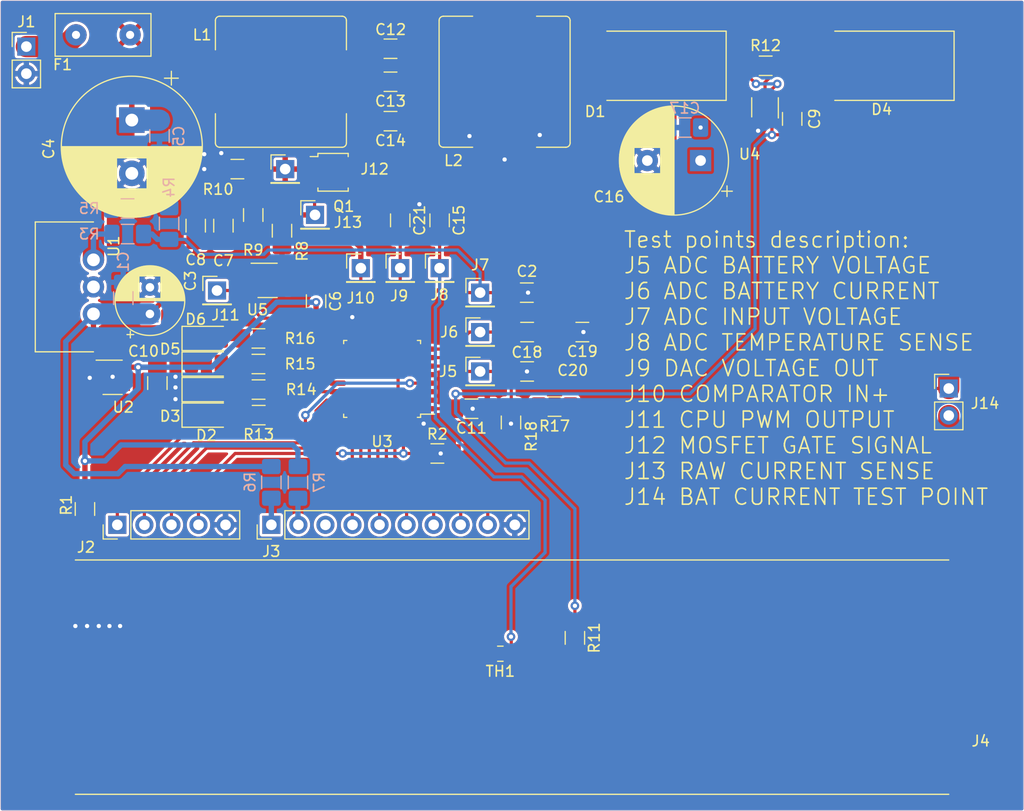
<source format=kicad_pcb>
(kicad_pcb (version 20171130) (host pcbnew "(5.1.6)-1")
  (layers (0 F.Cu signal) (31 B.Cu signal) (34 B.Paste user) (35 F.Paste user) (36 B.SilkS user) (37 F.SilkS user) (38 B.Mask user) (39 F.Mask user) (44 Edge.Cuts user))
  (net 0 "")
  (net 1 GND)
  (net 2 +5V)
  (net 3 ADC1_IN3)
  (net 4 +12V)
  (net 5 +3V3)
  (net 6 "Net-(C7-Pad1)")
  (net 7 COMP2_INP)
  (net 8 "Net-(C12-Pad1)")
  (net 9 "Net-(C12-Pad2)")
  (net 10 ADC1_IN4)
  (net 11 "Net-(C16-Pad1)")
  (net 12 "Net-(C18-Pad1)")
  (net 13 ADC1_IN2)
  (net 14 ADC1_IN1)
  (net 15 DAC1_OUT)
  (net 16 "Net-(D2-Pad2)")
  (net 17 "Net-(D3-Pad2)")
  (net 18 "Net-(D4-Pad1)")
  (net 19 "Net-(D4-Pad2)")
  (net 20 "Net-(D5-Pad2)")
  (net 21 "Net-(D6-Pad2)")
  (net 22 "Net-(F1-Pad1)")
  (net 23 /NRST)
  (net 24 JTAG_SWDIO)
  (net 25 JTAG_SWCLK)
  (net 26 "Net-(J2-Pad4)")
  (net 27 "Net-(J3-Pad1)")
  (net 28 "Net-(J3-Pad2)")
  (net 29 /PB3)
  (net 30 /PB4)
  (net 31 /PB5)
  (net 32 /PB6)
  (net 33 /PB7)
  (net 34 "Net-(R4-Pad2)")
  (net 35 GATE_DRIVE)
  (net 36 /LED4)
  (net 37 /LED3)
  (net 38 /LED2)
  (net 39 /LED1)
  (net 40 "Net-(U2-Pad4)")
  (net 41 "Net-(U3-Pad2)")
  (net 42 "Net-(U3-Pad3)")
  (net 43 "Net-(U3-Pad11)")
  (net 44 "Net-(U3-Pad12)")
  (net 45 HTRIM_CHA1)
  (net 46 "Net-(J14-Pad2)")
  (net 47 "Net-(J13-Pad1)")
  (net 48 "Net-(J12-Pad1)")
  (net 49 "Net-(J3-Pad3)")
  (net 50 /PA15)
  (net 51 "Net-(U3-Pad14)")
  (net 52 "Net-(U3-Pad15)")
  (module Capacitor_SMD:C_1206_3216Metric_Pad1.42x1.75mm_HandSolder (layer F.Cu) (at 26.9 48.0875 90)
    (fp_text reference C10 (at 2.9875 -1.3 180) (layer F.SilkS))
    (fp_text value 100n)
    (pad 2 smd roundrect (at 1.4875 0 90) (size 1.425 1.75) (layers F.Cu F.Paste F.Mask) (roundrect_rratio 0.175439) (net 5 +3V3))
    (pad 1 smd roundrect (at -1.4875 0 90) (size 1.425 1.75) (layers F.Cu F.Paste F.Mask) (roundrect_rratio 0.175439) (net 1 GND))
  )
  (module Capacitor_SMD:C_1206_3216Metric_Pad1.42x1.75mm_HandSolder (layer B.Cu) (at 23.7 40.1125 270)
    (fp_text reference C1 (at -3.4125 0 90) (layer B.SilkS) (effects (justify mirror)))
    (fp_text value 100n)
    (pad 1 smd roundrect (at -1.4875 0 270) (size 1.425 1.75) (layers B.Cu B.Paste B.Mask) (roundrect_rratio 0.175439) (net 1 GND))
    (pad 2 smd roundrect (at 1.4875 0 270) (size 1.425 1.75) (layers B.Cu B.Paste B.Mask) (roundrect_rratio 0.175439) (net 2 +5V))
  )
  (module Capacitor_SMD:C_1206_3216Metric_Pad1.42x1.75mm_HandSolder (layer F.Cu) (at 61.5875 39.6 180)
    (fp_text reference C2 (at -0.0125 2) (layer F.SilkS))
    (fp_text value 1n)
    (pad 2 smd roundrect (at 1.4875 0 180) (size 1.425 1.75) (layers F.Cu F.Paste F.Mask) (roundrect_rratio 0.175439) (net 3 ADC1_IN3))
    (pad 1 smd roundrect (at -1.4875 0 180) (size 1.425 1.75) (layers F.Cu F.Paste F.Mask) (roundrect_rratio 0.175439) (net 1 GND))
  )
  (module Capacitor_THT:CP_Radial_D6.3mm_P2.50mm (layer F.Cu) (at 26.2 41.6 90)
    (fp_text reference C3 (at 3.1 3.8 90) (layer F.SilkS))
    (fp_text value 100u/16V)
    (pad 1 thru_hole rect (at 0 0 90) (size 1.6 1.6) (drill 0.8) (layers *.Cu *.Mask) (net 2 +5V))
    (pad 2 thru_hole circle (at 2.5 0 90) (size 1.6 1.6) (drill 0.8) (layers *.Cu *.Mask) (net 1 GND))
  )
  (module Capacitor_THT:CP_Radial_D13.0mm_P5.00mm (layer F.Cu) (at 24.5 23.4 270)
    (fp_text reference C4 (at 2.7 7.8 90) (layer F.SilkS))
    (fp_text value 1000u/25V)
    (pad 1 thru_hole rect (at 0 0 270) (size 2.4 2.4) (drill 1.2) (layers *.Cu *.Mask) (net 4 +12V))
    (pad 2 thru_hole circle (at 5 0 270) (size 2.4 2.4) (drill 1.2) (layers *.Cu *.Mask) (net 1 GND))
  )
  (module Capacitor_SMD:C_1206_3216Metric_Pad1.42x1.75mm_HandSolder (layer B.Cu) (at 27.1 24.9 90)
    (fp_text reference C5 (at 0 1.82 90) (layer B.SilkS) (effects (justify mirror)))
    (fp_text value 100n)
    (pad 1 smd roundrect (at -1.4875 0 90) (size 1.425 1.75) (layers B.Cu B.Paste B.Mask) (roundrect_rratio 0.175439) (net 1 GND))
    (pad 2 smd roundrect (at 1.4875 0 90) (size 1.425 1.75) (layers B.Cu B.Paste B.Mask) (roundrect_rratio 0.175439) (net 4 +12V))
  )
  (module Capacitor_SMD:C_1206_3216Metric_Pad1.42x1.75mm_HandSolder (layer F.Cu) (at 41.8 40.4 270)
    (fp_text reference C6 (at 0 -1.82 90) (layer F.SilkS))
    (fp_text value C1206C475K5RACTU)
    (pad 2 smd roundrect (at 1.4875 0 270) (size 1.425 1.75) (layers F.Cu F.Paste F.Mask) (roundrect_rratio 0.175439) (net 5 +3V3))
    (pad 1 smd roundrect (at -1.4875 0 270) (size 1.425 1.75) (layers F.Cu F.Paste F.Mask) (roundrect_rratio 0.175439) (net 1 GND))
  )
  (module Capacitor_SMD:C_1206_3216Metric_Pad1.42x1.75mm_HandSolder (layer F.Cu) (at 33.1 33.3125 270)
    (fp_text reference C7 (at 3.2875 0) (layer F.SilkS))
    (fp_text value 1n)
    (pad 1 smd roundrect (at -1.4875 0 270) (size 1.425 1.75) (layers F.Cu F.Paste F.Mask) (roundrect_rratio 0.175439) (net 6 "Net-(C7-Pad1)"))
    (pad 2 smd roundrect (at 1.4875 0 270) (size 1.425 1.75) (layers F.Cu F.Paste F.Mask) (roundrect_rratio 0.175439) (net 7 COMP2_INP))
  )
  (module Capacitor_SMD:C_1206_3216Metric_Pad1.42x1.75mm_HandSolder (layer F.Cu) (at 30.5 33.3125 90)
    (fp_text reference C8 (at -3.1875 0) (layer F.SilkS))
    (fp_text value 1n)
    (pad 1 smd roundrect (at -1.4875 0 90) (size 1.425 1.75) (layers F.Cu F.Paste F.Mask) (roundrect_rratio 0.175439) (net 1 GND))
    (pad 2 smd roundrect (at 1.4875 0 90) (size 1.425 1.75) (layers F.Cu F.Paste F.Mask) (roundrect_rratio 0.175439) (net 6 "Net-(C7-Pad1)"))
  )
  (module Capacitor_SMD:C_1206_3216Metric_Pad1.42x1.75mm_HandSolder (layer F.Cu) (at 56.3875 50.5 180)
    (fp_text reference C11 (at 0 -1.82) (layer F.SilkS))
    (fp_text value 100n)
    (pad 2 smd roundrect (at 1.4875 0 180) (size 1.425 1.75) (layers F.Cu F.Paste F.Mask) (roundrect_rratio 0.175439) (net 5 +3V3))
    (pad 1 smd roundrect (at -1.4875 0 180) (size 1.425 1.75) (layers F.Cu F.Paste F.Mask) (roundrect_rratio 0.175439) (net 1 GND))
  )
  (module Capacitor_SMD:C_1206_3216Metric_Pad1.42x1.75mm_HandSolder (layer F.Cu) (at 48.7875 16.7 180)
    (fp_text reference C12 (at -0.0125 1.8) (layer F.SilkS))
    (fp_text value C1206C475K5RACTU)
    (pad 1 smd roundrect (at -1.4875 0 180) (size 1.425 1.75) (layers F.Cu F.Paste F.Mask) (roundrect_rratio 0.175439) (net 8 "Net-(C12-Pad1)"))
    (pad 2 smd roundrect (at 1.4875 0 180) (size 1.425 1.75) (layers F.Cu F.Paste F.Mask) (roundrect_rratio 0.175439) (net 9 "Net-(C12-Pad2)"))
  )
  (module Capacitor_SMD:C_1206_3216Metric_Pad1.42x1.75mm_HandSolder (layer F.Cu) (at 48.7875 19.8 180)
    (fp_text reference C13 (at 0 -1.82) (layer F.SilkS))
    (fp_text value C1206C475K5RACTU)
    (pad 2 smd roundrect (at 1.4875 0 180) (size 1.425 1.75) (layers F.Cu F.Paste F.Mask) (roundrect_rratio 0.175439) (net 9 "Net-(C12-Pad2)"))
    (pad 1 smd roundrect (at -1.4875 0 180) (size 1.425 1.75) (layers F.Cu F.Paste F.Mask) (roundrect_rratio 0.175439) (net 8 "Net-(C12-Pad1)"))
  )
  (module Capacitor_SMD:C_1206_3216Metric_Pad1.42x1.75mm_HandSolder (layer F.Cu) (at 48.7875 23.5 180)
    (fp_text reference C14 (at 0 -1.82) (layer F.SilkS))
    (fp_text value C1206C475K5RACTU)
    (pad 2 smd roundrect (at 1.4875 0 180) (size 1.425 1.75) (layers F.Cu F.Paste F.Mask) (roundrect_rratio 0.175439) (net 9 "Net-(C12-Pad2)"))
    (pad 1 smd roundrect (at -1.4875 0 180) (size 1.425 1.75) (layers F.Cu F.Paste F.Mask) (roundrect_rratio 0.175439) (net 8 "Net-(C12-Pad1)"))
  )
  (module Capacitor_SMD:C_1206_3216Metric_Pad1.42x1.75mm_HandSolder (layer F.Cu) (at 53.4 32.8125 270)
    (fp_text reference C15 (at 0 -1.82 90) (layer F.SilkS))
    (fp_text value 1n)
    (pad 2 smd roundrect (at 1.4875 0 270) (size 1.425 1.75) (layers F.Cu F.Paste F.Mask) (roundrect_rratio 0.175439) (net 10 ADC1_IN4))
    (pad 1 smd roundrect (at -1.4875 0 270) (size 1.425 1.75) (layers F.Cu F.Paste F.Mask) (roundrect_rratio 0.175439) (net 1 GND))
  )
  (module Capacitor_THT:CP_Radial_D10.0mm_P5.00mm (layer F.Cu) (at 77.9 27.2 180)
    (fp_text reference C16 (at 8.6 -3.4) (layer F.SilkS))
    (fp_text value 1000u/16V)
    (pad 1 thru_hole rect (at 0 0 180) (size 2 2) (drill 1) (layers *.Cu *.Mask) (net 11 "Net-(C16-Pad1)"))
    (pad 2 thru_hole circle (at 5 0 180) (size 2 2) (drill 1) (layers *.Cu *.Mask) (net 1 GND))
  )
  (module Capacitor_SMD:C_1206_3216Metric_Pad1.42x1.75mm_HandSolder (layer B.Cu) (at 76.4125 24.1 180)
    (fp_text reference C17 (at 0 1.82) (layer B.SilkS) (effects (justify mirror)))
    (fp_text value 100n)
    (pad 1 smd roundrect (at -1.4875 0 180) (size 1.425 1.75) (layers B.Cu B.Paste B.Mask) (roundrect_rratio 0.175439) (net 11 "Net-(C16-Pad1)"))
    (pad 2 smd roundrect (at 1.4875 0 180) (size 1.425 1.75) (layers B.Cu B.Paste B.Mask) (roundrect_rratio 0.175439) (net 1 GND))
  )
  (module Capacitor_SMD:C_1206_3216Metric_Pad1.42x1.75mm_HandSolder (layer F.Cu) (at 61.6125 43.3 180)
    (fp_text reference C18 (at 0.0125 -1.9) (layer F.SilkS))
    (fp_text value 1n)
    (pad 1 smd roundrect (at -1.4875 0 180) (size 1.425 1.75) (layers F.Cu F.Paste F.Mask) (roundrect_rratio 0.175439) (net 12 "Net-(C18-Pad1)"))
    (pad 2 smd roundrect (at 1.4875 0 180) (size 1.425 1.75) (layers F.Cu F.Paste F.Mask) (roundrect_rratio 0.175439) (net 13 ADC1_IN2))
  )
  (module Capacitor_SMD:C_1206_3216Metric_Pad1.42x1.75mm_HandSolder (layer F.Cu) (at 66.8 43.3 180)
    (fp_text reference C19 (at 0 -1.82) (layer F.SilkS))
    (fp_text value 1n)
    (pad 2 smd roundrect (at 1.4875 0 180) (size 1.425 1.75) (layers F.Cu F.Paste F.Mask) (roundrect_rratio 0.175439) (net 12 "Net-(C18-Pad1)"))
    (pad 1 smd roundrect (at -1.4875 0 180) (size 1.425 1.75) (layers F.Cu F.Paste F.Mask) (roundrect_rratio 0.175439) (net 1 GND))
  )
  (module Capacitor_SMD:C_1206_3216Metric_Pad1.42x1.75mm_HandSolder (layer F.Cu) (at 61.6125 47 180)
    (fp_text reference C20 (at -4.2875 0.1) (layer F.SilkS))
    (fp_text value 1n)
    (pad 2 smd roundrect (at 1.4875 0 180) (size 1.425 1.75) (layers F.Cu F.Paste F.Mask) (roundrect_rratio 0.175439) (net 14 ADC1_IN1))
    (pad 1 smd roundrect (at -1.4875 0 180) (size 1.425 1.75) (layers F.Cu F.Paste F.Mask) (roundrect_rratio 0.175439) (net 1 GND))
  )
  (module Capacitor_SMD:C_1206_3216Metric_Pad1.42x1.75mm_HandSolder (layer F.Cu) (at 49.7 32.8125 270)
    (fp_text reference C21 (at 0 -1.82 90) (layer F.SilkS))
    (fp_text value 1n)
    (pad 1 smd roundrect (at -1.4875 0 270) (size 1.425 1.75) (layers F.Cu F.Paste F.Mask) (roundrect_rratio 0.175439) (net 1 GND))
    (pad 2 smd roundrect (at 1.4875 0 270) (size 1.425 1.75) (layers F.Cu F.Paste F.Mask) (roundrect_rratio 0.175439) (net 15 DAC1_OUT))
  )
  (module Diode_SMD:D_SMC_Handsoldering (layer F.Cu) (at 73.5 18.3 180)
    (fp_text reference D1 (at 5.5 -4.3) (layer F.SilkS))
    (fp_text value B540C-13-F)
    (pad 2 smd rect (at 4.4 0 270) (size 3.3 4.5) (layers F.Cu F.Paste F.Mask) (net 8 "Net-(C12-Pad1)"))
    (pad 1 smd rect (at -4.4 0 270) (size 3.3 4.5) (layers F.Cu F.Paste F.Mask) (net 11 "Net-(C16-Pad1)"))
  )
  (module LED_SMD:LED_1206_3216Metric (layer F.Cu) (at 31.5 51.1)
    (fp_text reference D2 (at 0 1.9) (layer F.SilkS))
    (fp_text value APTD3216SURCK)
    (pad 2 smd roundrect (at 1.4 0) (size 1.25 1.75) (layers F.Cu F.Paste F.Mask) (roundrect_rratio 0.2) (net 16 "Net-(D2-Pad2)"))
    (pad 1 smd roundrect (at -1.4 0) (size 1.25 1.75) (layers F.Cu F.Paste F.Mask) (roundrect_rratio 0.2) (net 1 GND))
  )
  (module LED_SMD:LED_1206_3216Metric (layer F.Cu) (at 31.5 48.7)
    (fp_text reference D3 (at -3.4 2.5) (layer F.SilkS))
    (fp_text value APTD3216SURCK)
    (pad 1 smd roundrect (at -1.4 0) (size 1.25 1.75) (layers F.Cu F.Paste F.Mask) (roundrect_rratio 0.2) (net 1 GND))
    (pad 2 smd roundrect (at 1.4 0) (size 1.25 1.75) (layers F.Cu F.Paste F.Mask) (roundrect_rratio 0.2) (net 17 "Net-(D3-Pad2)"))
  )
  (module Diode_SMD:D_SMC_Handsoldering (layer F.Cu) (at 94.9 18.3 180)
    (fp_text reference D4 (at 0 -4.1) (layer F.SilkS))
    (fp_text value B540C-13-F)
    (pad 1 smd rect (at -4.4 0 270) (size 3.3 4.5) (layers F.Cu F.Paste F.Mask) (net 18 "Net-(D4-Pad1)"))
    (pad 2 smd rect (at 4.4 0 270) (size 3.3 4.5) (layers F.Cu F.Paste F.Mask) (net 19 "Net-(D4-Pad2)"))
  )
  (module LED_SMD:LED_1206_3216Metric (layer F.Cu) (at 31.5 46.3)
    (fp_text reference D5 (at -3.4 -1.4) (layer F.SilkS))
    (fp_text value APTD3216SURCK)
    (pad 2 smd roundrect (at 1.4 0) (size 1.25 1.75) (layers F.Cu F.Paste F.Mask) (roundrect_rratio 0.2) (net 20 "Net-(D5-Pad2)"))
    (pad 1 smd roundrect (at -1.4 0) (size 1.25 1.75) (layers F.Cu F.Paste F.Mask) (roundrect_rratio 0.2) (net 1 GND))
  )
  (module LED_SMD:LED_1206_3216Metric (layer F.Cu) (at 31.5 43.9)
    (fp_text reference D6 (at -1 -1.8) (layer F.SilkS))
    (fp_text value APTD3216SURCK)
    (pad 1 smd roundrect (at -1.4 0) (size 1.25 1.75) (layers F.Cu F.Paste F.Mask) (roundrect_rratio 0.2) (net 1 GND))
    (pad 2 smd roundrect (at 1.4 0) (size 1.25 1.75) (layers F.Cu F.Paste F.Mask) (roundrect_rratio 0.2) (net 21 "Net-(D6-Pad2)"))
  )
  (module stm32f334_1S_charger:0697H6300-01 (layer F.Cu) (at 21.8 15.4)
    (fp_text reference F1 (at -3.8 2.8) (layer F.SilkS))
    (fp_text value 0697H6300-01)
    (pad 2 thru_hole circle (at 2.54 0) (size 2 2) (drill 0.762) (layers *.Cu *.Mask) (net 4 +12V))
    (pad 1 thru_hole circle (at -2.54 0) (size 2 2) (drill 0.762) (layers *.Cu *.Mask) (net 22 "Net-(F1-Pad1)"))
  )
  (module Connector_PinHeader_2.54mm:PinHeader_1x05_P2.54mm_Vertical (layer F.Cu) (at 23.14 61.4 90)
    (fp_text reference J2 (at -2.1 -2.94 180) (layer F.SilkS))
    (fp_text value Conn_01x05)
    (pad 1 thru_hole rect (at 0 0 90) (size 1.7 1.7) (drill 1) (layers *.Cu *.Mask) (net 23 /NRST))
    (pad 2 thru_hole oval (at 0 2.54 90) (size 1.7 1.7) (drill 1) (layers *.Cu *.Mask) (net 24 JTAG_SWDIO))
    (pad 3 thru_hole oval (at 0 5.08 90) (size 1.7 1.7) (drill 1) (layers *.Cu *.Mask) (net 25 JTAG_SWCLK))
    (pad 4 thru_hole oval (at 0 7.62 90) (size 1.7 1.7) (drill 1) (layers *.Cu *.Mask) (net 26 "Net-(J2-Pad4)"))
    (pad 5 thru_hole oval (at 0 10.16 90) (size 1.7 1.7) (drill 1) (layers *.Cu *.Mask) (net 1 GND))
  )
  (module Connector_PinHeader_2.54mm:PinHeader_1x10_P2.54mm_Vertical (layer F.Cu) (at 37.6 61.4 90)
    (fp_text reference J3 (at -2.5 0 180) (layer F.SilkS))
    (fp_text value Conn_01x10)
    (pad 1 thru_hole rect (at 0 0 90) (size 1.7 1.7) (drill 1) (layers *.Cu *.Mask) (net 27 "Net-(J3-Pad1)"))
    (pad 2 thru_hole oval (at 0 2.54 90) (size 1.7 1.7) (drill 1) (layers *.Cu *.Mask) (net 28 "Net-(J3-Pad2)"))
    (pad 3 thru_hole oval (at 0 5.08 90) (size 1.7 1.7) (drill 1) (layers *.Cu *.Mask) (net 49 "Net-(J3-Pad3)"))
    (pad 4 thru_hole oval (at 0 7.62 90) (size 1.7 1.7) (drill 1) (layers *.Cu *.Mask) (net 50 /PA15))
    (pad 5 thru_hole oval (at 0 10.16 90) (size 1.7 1.7) (drill 1) (layers *.Cu *.Mask) (net 29 /PB3))
    (pad 6 thru_hole oval (at 0 12.7 90) (size 1.7 1.7) (drill 1) (layers *.Cu *.Mask) (net 30 /PB4))
    (pad 7 thru_hole oval (at 0 15.24 90) (size 1.7 1.7) (drill 1) (layers *.Cu *.Mask) (net 31 /PB5))
    (pad 8 thru_hole oval (at 0 17.78 90) (size 1.7 1.7) (drill 1) (layers *.Cu *.Mask) (net 32 /PB6))
    (pad 9 thru_hole oval (at 0 20.32 90) (size 1.7 1.7) (drill 1) (layers *.Cu *.Mask) (net 33 /PB7))
    (pad 10 thru_hole oval (at 0 22.86 90) (size 1.7 1.7) (drill 1) (layers *.Cu *.Mask) (net 1 GND))
  )
  (module stm32f334_1S_charger:18650_holder (layer F.Cu) (at 101.2 75.7 180)
    (fp_text reference J4 (at -3 -6) (layer F.SilkS))
    (fp_text value BATTERY)
    (pad 2 smd rect (at 82 0 180) (size 8 8) (layers F.Cu F.Paste F.Mask) (net 1 GND))
    (pad 1 smd rect (at 0 0 180) (size 8 8) (layers F.Cu F.Paste F.Mask) (net 46 "Net-(J14-Pad2)"))
  )
  (module Inductor_SMD:L_Bourns_SRR1210A (layer F.Cu) (at 38.5 19.8)
    (fp_text reference L1 (at -7.4 -4.4) (layer F.SilkS))
    (fp_text value SRR1210-121M)
    (pad 1 smd rect (at -5.05 0) (size 2.8 5.3) (layers F.Cu F.Paste F.Mask) (net 4 +12V))
    (pad 2 smd rect (at 5.05 0) (size 2.8 5.3) (layers F.Cu F.Paste F.Mask) (net 9 "Net-(C12-Pad2)"))
  )
  (module Inductor_SMD:L_Bourns_SRR1210A (layer F.Cu) (at 59.5 19.8 270)
    (fp_text reference L2 (at 7.4 4.8 180) (layer F.SilkS))
    (fp_text value SRR1210-560M)
    (pad 2 smd rect (at 5.05 0 270) (size 2.8 5.3) (layers F.Cu F.Paste F.Mask) (net 1 GND))
    (pad 1 smd rect (at -5.05 0 270) (size 2.8 5.3) (layers F.Cu F.Paste F.Mask) (net 8 "Net-(C12-Pad1)"))
  )
  (module Package_TO_SOT_SMD:LFPAK33 (layer F.Cu) (at 43.195 28.3)
    (fp_text reference Q1 (at 1.205 3.2) (layer F.SilkS))
    (fp_text value BUK9M52-40E)
    (pad 2 smd rect (at -1.535 -0.325) (size 0.83 0.4) (layers F.Cu F.Mask) (net 47 "Net-(J13-Pad1)"))
    (pad 1 smd rect (at -1.535 -0.975) (size 0.83 0.4) (layers F.Cu F.Mask) (net 47 "Net-(J13-Pad1)"))
    (pad 3 smd rect (at -1.535 0.325) (size 0.83 0.4) (layers F.Cu F.Mask) (net 47 "Net-(J13-Pad1)"))
    (pad 4 smd rect (at -1.535 0.975) (size 0.83 0.4) (layers F.Cu F.Mask) (net 48 "Net-(J12-Pad1)"))
    (pad 5 smd custom (at 0.405 0) (size 1.85 2.25) (layers F.Cu F.Mask) (net 9 "Net-(C12-Pad2)") (options (clearance outline) (anchor rect)) (primitives (gr_poly (pts (xy 0.925 -1.175) (xy 1.545 -1.175) (xy 1.545 -0.775) (xy 0.925 -0.775)) (width 0)) (gr_poly (pts (xy 0.925 -0.525) (xy 1.545 -0.525) (xy 1.545 -0.125) (xy 0.925 -0.125)) (width 0)) (gr_poly (pts (xy 0.925 0.125) (xy 1.545 0.125) (xy 1.545 0.525) (xy 0.925 0.525)) (width 0)) (gr_poly (pts (xy 0.925 0.775) (xy 1.545 0.775) (xy 1.545 1.175) (xy 0.925 1.175)) (width 0))))
  )
  (module Resistor_SMD:R_1206_3216Metric_Pad1.42x1.75mm_HandSolder (layer F.Cu) (at 20.1 59.9125 270)
    (fp_text reference R1 (at -0.3625 1.75 90) (layer F.SilkS))
    (fp_text value 10k)
    (pad 1 smd roundrect (at -1.4875 0 270) (size 1.425 1.75) (layers F.Cu F.Paste F.Mask) (roundrect_rratio 0.175439) (net 5 +3V3))
    (pad 2 smd roundrect (at 1.4875 0 270) (size 1.425 1.75) (layers F.Cu F.Paste F.Mask) (roundrect_rratio 0.175439) (net 23 /NRST))
  )
  (module Resistor_SMD:R_1206_3216Metric_Pad1.42x1.75mm_HandSolder (layer F.Cu) (at 53.1875 54.7)
    (fp_text reference R2 (at 0 -1.82) (layer F.SilkS))
    (fp_text value 10k)
    (pad 2 smd roundrect (at 1.4875 0) (size 1.425 1.75) (layers F.Cu F.Paste F.Mask) (roundrect_rratio 0.175439) (net 1 GND))
    (pad 1 smd roundrect (at -1.4875 0) (size 1.425 1.75) (layers F.Cu F.Paste F.Mask) (roundrect_rratio 0.175439) (net 26 "Net-(J2-Pad4)"))
  )
  (module Resistor_SMD:R_1206_3216Metric_Pad1.42x1.75mm_HandSolder (layer B.Cu) (at 24.1125 34.1)
    (fp_text reference R3 (at -3.6125 0) (layer B.SilkS) (effects (justify mirror)))
    (fp_text value 10k)
    (pad 2 smd roundrect (at 1.4875 0) (size 1.425 1.75) (layers B.Cu B.Paste B.Mask) (roundrect_rratio 0.175439) (net 3 ADC1_IN3))
    (pad 1 smd roundrect (at -1.4875 0) (size 1.425 1.75) (layers B.Cu B.Paste B.Mask) (roundrect_rratio 0.175439) (net 4 +12V))
  )
  (module Resistor_SMD:R_1206_3216Metric_Pad1.42x1.75mm_HandSolder (layer B.Cu) (at 28 33.1125 90)
    (fp_text reference R4 (at 3.4125 0 90) (layer B.SilkS) (effects (justify mirror)))
    (fp_text value 1k)
    (pad 1 smd roundrect (at -1.4875 0 90) (size 1.425 1.75) (layers B.Cu B.Paste B.Mask) (roundrect_rratio 0.175439) (net 3 ADC1_IN3))
    (pad 2 smd roundrect (at 1.4875 0 90) (size 1.425 1.75) (layers B.Cu B.Paste B.Mask) (roundrect_rratio 0.175439) (net 34 "Net-(R4-Pad2)"))
  )
  (module Resistor_SMD:R_1206_3216Metric_Pad1.42x1.75mm_HandSolder (layer B.Cu) (at 24.1 31.7 180)
    (fp_text reference R5 (at 3.6 0) (layer B.SilkS) (effects (justify mirror)))
    (fp_text value 1k)
    (pad 2 smd roundrect (at 1.4875 0 180) (size 1.425 1.75) (layers B.Cu B.Paste B.Mask) (roundrect_rratio 0.175439) (net 1 GND))
    (pad 1 smd roundrect (at -1.4875 0 180) (size 1.425 1.75) (layers B.Cu B.Paste B.Mask) (roundrect_rratio 0.175439) (net 34 "Net-(R4-Pad2)"))
  )
  (module Resistor_SMD:R_1206_3216Metric_Pad1.42x1.75mm_HandSolder (layer B.Cu) (at 37.6 57.4125 90)
    (fp_text reference R6 (at 0.0125 -2 270) (layer B.SilkS) (effects (justify mirror)))
    (fp_text value DNP)
    (pad 1 smd roundrect (at -1.4875 0 90) (size 1.425 1.75) (layers B.Cu B.Paste B.Mask) (roundrect_rratio 0.175439) (net 27 "Net-(J3-Pad1)"))
    (pad 2 smd roundrect (at 1.4875 0 90) (size 1.425 1.75) (layers B.Cu B.Paste B.Mask) (roundrect_rratio 0.175439) (net 2 +5V))
  )
  (module Resistor_SMD:R_1206_3216Metric_Pad1.42x1.75mm_HandSolder (layer B.Cu) (at 40.1 57.4125 90)
    (fp_text reference R7 (at 0 2 270) (layer B.SilkS) (effects (justify mirror)))
    (fp_text value DNP)
    (pad 2 smd roundrect (at 1.4875 0 90) (size 1.425 1.75) (layers B.Cu B.Paste B.Mask) (roundrect_rratio 0.175439) (net 5 +3V3))
    (pad 1 smd roundrect (at -1.4875 0 90) (size 1.425 1.75) (layers B.Cu B.Paste B.Mask) (roundrect_rratio 0.175439) (net 28 "Net-(J3-Pad2)"))
  )
  (module Resistor_SMD:R_1206_3216Metric_Pad1.42x1.75mm_HandSolder (layer F.Cu) (at 38.6 33.7875 270)
    (fp_text reference R8 (at 1.9125 -1.9 90) (layer F.SilkS))
    (fp_text value 4.7)
    (pad 1 smd roundrect (at -1.4875 0 270) (size 1.425 1.75) (layers F.Cu F.Paste F.Mask) (roundrect_rratio 0.175439) (net 48 "Net-(J12-Pad1)"))
    (pad 2 smd roundrect (at 1.4875 0 270) (size 1.425 1.75) (layers F.Cu F.Paste F.Mask) (roundrect_rratio 0.175439) (net 35 GATE_DRIVE))
  )
  (module Resistor_SMD:R_1206_3216Metric_Pad1.42x1.75mm_HandSolder (layer F.Cu) (at 35.9 32.3125 270)
    (fp_text reference R9 (at 3.2875 0) (layer F.SilkS))
    (fp_text value 47)
    (pad 2 smd roundrect (at 1.4875 0 270) (size 1.425 1.75) (layers F.Cu F.Paste F.Mask) (roundrect_rratio 0.175439) (net 7 COMP2_INP))
    (pad 1 smd roundrect (at -1.4875 0 270) (size 1.425 1.75) (layers F.Cu F.Paste F.Mask) (roundrect_rratio 0.175439) (net 47 "Net-(J13-Pad1)"))
  )
  (module Resistor_SMD:R_1206_3216Metric_Pad1.42x1.75mm_HandSolder (layer F.Cu) (at 34.4125 28)
    (fp_text reference R10 (at -1.8125 1.9 180) (layer F.SilkS))
    (fp_text value RL1206FR-070R25L)
    (pad 2 smd roundrect (at 1.4875 0) (size 1.425 1.75) (layers F.Cu F.Paste F.Mask) (roundrect_rratio 0.175439) (net 47 "Net-(J13-Pad1)"))
    (pad 1 smd roundrect (at -1.4875 0) (size 1.425 1.75) (layers F.Cu F.Paste F.Mask) (roundrect_rratio 0.175439) (net 1 GND))
  )
  (module Resistor_SMD:R_1206_3216Metric_Pad1.42x1.75mm_HandSolder (layer F.Cu) (at 66.1 72.0125 270)
    (fp_text reference R11 (at 0 -1.82 90) (layer F.SilkS))
    (fp_text value 10k)
    (pad 1 smd roundrect (at -1.4875 0 270) (size 1.425 1.75) (layers F.Cu F.Paste F.Mask) (roundrect_rratio 0.175439) (net 5 +3V3))
    (pad 2 smd roundrect (at 1.4875 0 270) (size 1.425 1.75) (layers F.Cu F.Paste F.Mask) (roundrect_rratio 0.175439) (net 10 ADC1_IN4))
  )
  (module Resistor_SMD:R_1206_3216Metric_Pad1.42x1.75mm_HandSolder (layer F.Cu) (at 84.0125 18.3 180)
    (fp_text reference R12 (at 0.0125 1.9) (layer F.SilkS))
    (fp_text value L4T12FR010FER)
    (pad 1 smd roundrect (at -1.4875 0 180) (size 1.425 1.75) (layers F.Cu F.Paste F.Mask) (roundrect_rratio 0.175439) (net 19 "Net-(D4-Pad2)"))
    (pad 2 smd roundrect (at 1.4875 0 180) (size 1.425 1.75) (layers F.Cu F.Paste F.Mask) (roundrect_rratio 0.175439) (net 11 "Net-(C16-Pad1)"))
  )
  (module Resistor_SMD:R_1206_3216Metric_Pad1.42x1.75mm_HandSolder (layer F.Cu) (at 36.4125 51.1 180)
    (fp_text reference R13 (at 0 -1.82) (layer F.SilkS))
    (fp_text value 1k)
    (pad 2 smd roundrect (at 1.4875 0 180) (size 1.425 1.75) (layers F.Cu F.Paste F.Mask) (roundrect_rratio 0.175439) (net 16 "Net-(D2-Pad2)"))
    (pad 1 smd roundrect (at -1.4875 0 180) (size 1.425 1.75) (layers F.Cu F.Paste F.Mask) (roundrect_rratio 0.175439) (net 36 /LED4))
  )
  (module Resistor_SMD:R_1206_3216Metric_Pad1.42x1.75mm_HandSolder (layer F.Cu) (at 36.4 48.7 180)
    (fp_text reference R14 (at -4 0) (layer F.SilkS))
    (fp_text value 1k)
    (pad 1 smd roundrect (at -1.4875 0 180) (size 1.425 1.75) (layers F.Cu F.Paste F.Mask) (roundrect_rratio 0.175439) (net 37 /LED3))
    (pad 2 smd roundrect (at 1.4875 0 180) (size 1.425 1.75) (layers F.Cu F.Paste F.Mask) (roundrect_rratio 0.175439) (net 17 "Net-(D3-Pad2)"))
  )
  (module Resistor_SMD:R_1206_3216Metric_Pad1.42x1.75mm_HandSolder (layer F.Cu) (at 36.3875 46.3 180)
    (fp_text reference R15 (at -3.9125 0) (layer F.SilkS))
    (fp_text value 1k)
    (pad 2 smd roundrect (at 1.4875 0 180) (size 1.425 1.75) (layers F.Cu F.Paste F.Mask) (roundrect_rratio 0.175439) (net 20 "Net-(D5-Pad2)"))
    (pad 1 smd roundrect (at -1.4875 0 180) (size 1.425 1.75) (layers F.Cu F.Paste F.Mask) (roundrect_rratio 0.175439) (net 38 /LED2))
  )
  (module Resistor_SMD:R_1206_3216Metric_Pad1.42x1.75mm_HandSolder (layer F.Cu) (at 36.3875 43.9 180)
    (fp_text reference R16 (at -3.9125 0) (layer F.SilkS))
    (fp_text value 1k)
    (pad 2 smd roundrect (at 1.4875 0 180) (size 1.425 1.75) (layers F.Cu F.Paste F.Mask) (roundrect_rratio 0.175439) (net 21 "Net-(D6-Pad2)"))
    (pad 1 smd roundrect (at -1.4875 0 180) (size 1.425 1.75) (layers F.Cu F.Paste F.Mask) (roundrect_rratio 0.175439) (net 39 /LED1))
  )
  (module Resistor_SMD:R_1206_3216Metric_Pad1.42x1.75mm_HandSolder (layer F.Cu) (at 64.1875 50.3 180)
    (fp_text reference R17 (at 0 -1.82) (layer F.SilkS))
    (fp_text value 10k)
    (pad 1 smd roundrect (at -1.4875 0 180) (size 1.425 1.75) (layers F.Cu F.Paste F.Mask) (roundrect_rratio 0.175439) (net 18 "Net-(D4-Pad1)"))
    (pad 2 smd roundrect (at 1.4875 0 180) (size 1.425 1.75) (layers F.Cu F.Paste F.Mask) (roundrect_rratio 0.175439) (net 14 ADC1_IN1))
  )
  (module Resistor_SMD:R_1206_3216Metric_Pad1.42x1.75mm_HandSolder (layer F.Cu) (at 60.1 51.7875 270)
    (fp_text reference R18 (at 1.3125 -1.9 90) (layer F.SilkS))
    (fp_text value 10k)
    (pad 1 smd roundrect (at -1.4875 0 270) (size 1.425 1.75) (layers F.Cu F.Paste F.Mask) (roundrect_rratio 0.175439) (net 14 ADC1_IN1))
    (pad 2 smd roundrect (at 1.4875 0 270) (size 1.425 1.75) (layers F.Cu F.Paste F.Mask) (roundrect_rratio 0.175439) (net 1 GND))
  )
  (module Resistor_SMD:R_0805_2012Metric_Pad1.15x1.40mm_HandSolder (layer F.Cu) (at 59.1 73.5 180)
    (fp_text reference TH1 (at 0 -1.65) (layer F.SilkS))
    (fp_text value NCP21XV103J03RA)
    (pad 1 smd roundrect (at -1.025 0 180) (size 1.15 1.4) (layers F.Cu F.Paste F.Mask) (roundrect_rratio 0.217391) (net 10 ADC1_IN4))
    (pad 2 smd roundrect (at 1.025 0 180) (size 1.15 1.4) (layers F.Cu F.Paste F.Mask) (roundrect_rratio 0.217391) (net 1 GND))
  )
  (module stm32f334_1S_charger:VXO7805-1000 (layer F.Cu) (at 20.9 36.52 270)
    (fp_text reference U1 (at -1.27 -1.913 90) (layer F.SilkS))
    (fp_text value VXO7805-1000)
    (pad 3 thru_hole circle (at 5.08 0 270) (size 2 2) (drill 1.2) (layers *.Cu *.Mask) (net 2 +5V))
    (pad 2 thru_hole circle (at 2.54 0 270) (size 2 2) (drill 1.2) (layers *.Cu *.Mask) (net 1 GND))
    (pad 1 thru_hole circle (at 0 0 270) (size 2 2) (drill 1.2) (layers *.Cu *.Mask) (net 4 +12V))
  )
  (module Package_TO_SOT_SMD:SOT-23-5 (layer F.Cu) (at 22.7 47.55)
    (fp_text reference U2 (at 1 2.8) (layer F.SilkS))
    (fp_text value MIC5504-3.3YM5)
    (pad 1 smd rect (at -1.1 -0.95) (size 1.06 0.65) (layers F.Cu F.Paste F.Mask) (net 2 +5V))
    (pad 2 smd rect (at -1.1 0) (size 1.06 0.65) (layers F.Cu F.Paste F.Mask) (net 1 GND))
    (pad 3 smd rect (at -1.1 0.95) (size 1.06 0.65) (layers F.Cu F.Paste F.Mask) (net 2 +5V))
    (pad 4 smd rect (at 1.1 0.95) (size 1.06 0.65) (layers F.Cu F.Paste F.Mask) (net 40 "Net-(U2-Pad4)"))
    (pad 5 smd rect (at 1.1 -0.95) (size 1.06 0.65) (layers F.Cu F.Paste F.Mask) (net 5 +3V3))
  )
  (module Package_QFP:LQFP-32_7x7mm_P0.8mm (layer F.Cu) (at 48 47.7 180)
    (fp_text reference U3 (at 0 -5.88) (layer F.SilkS))
    (fp_text value STM32F334K6Tx)
    (pad 1 smd roundrect (at -4.175 -2.8 180) (size 1.5 0.5) (layers F.Cu F.Paste F.Mask) (net 5 +3V3))
    (pad 2 smd roundrect (at -4.175 -2 180) (size 1.5 0.5) (layers F.Cu F.Paste F.Mask) (net 41 "Net-(U3-Pad2)"))
    (pad 3 smd roundrect (at -4.175 -1.2 180) (size 1.5 0.5) (layers F.Cu F.Paste F.Mask) (net 42 "Net-(U3-Pad3)"))
    (pad 4 smd roundrect (at -4.175 -0.4 180) (size 1.5 0.5) (layers F.Cu F.Paste F.Mask) (net 23 /NRST))
    (pad 5 smd roundrect (at -4.175 0.4 180) (size 1.5 0.5) (layers F.Cu F.Paste F.Mask) (net 5 +3V3))
    (pad 6 smd roundrect (at -4.175 1.2 180) (size 1.5 0.5) (layers F.Cu F.Paste F.Mask) (net 14 ADC1_IN1))
    (pad 7 smd roundrect (at -4.175 2 180) (size 1.5 0.5) (layers F.Cu F.Paste F.Mask) (net 13 ADC1_IN2))
    (pad 8 smd roundrect (at -4.175 2.8 180) (size 1.5 0.5) (layers F.Cu F.Paste F.Mask) (net 3 ADC1_IN3))
    (pad 9 smd roundrect (at -2.8 4.175 180) (size 0.5 1.5) (layers F.Cu F.Paste F.Mask) (net 10 ADC1_IN4))
    (pad 10 smd roundrect (at -2 4.175 180) (size 0.5 1.5) (layers F.Cu F.Paste F.Mask) (net 15 DAC1_OUT))
    (pad 11 smd roundrect (at -1.2 4.175 180) (size 0.5 1.5) (layers F.Cu F.Paste F.Mask) (net 43 "Net-(U3-Pad11)"))
    (pad 12 smd roundrect (at -0.4 4.175 180) (size 0.5 1.5) (layers F.Cu F.Paste F.Mask) (net 44 "Net-(U3-Pad12)"))
    (pad 13 smd roundrect (at 0.4 4.175 180) (size 0.5 1.5) (layers F.Cu F.Paste F.Mask) (net 7 COMP2_INP))
    (pad 14 smd roundrect (at 1.2 4.175 180) (size 0.5 1.5) (layers F.Cu F.Paste F.Mask) (net 51 "Net-(U3-Pad14)"))
    (pad 15 smd roundrect (at 2 4.175 180) (size 0.5 1.5) (layers F.Cu F.Paste F.Mask) (net 52 "Net-(U3-Pad15)"))
    (pad 16 smd roundrect (at 2.8 4.175 180) (size 0.5 1.5) (layers F.Cu F.Paste F.Mask) (net 1 GND))
    (pad 17 smd roundrect (at 4.175 2.8 180) (size 1.5 0.5) (layers F.Cu F.Paste F.Mask) (net 5 +3V3))
    (pad 18 smd roundrect (at 4.175 2 180) (size 1.5 0.5) (layers F.Cu F.Paste F.Mask) (net 45 HTRIM_CHA1))
    (pad 19 smd roundrect (at 4.175 1.2 180) (size 1.5 0.5) (layers F.Cu F.Paste F.Mask) (net 39 /LED1))
    (pad 20 smd roundrect (at 4.175 0.4 180) (size 1.5 0.5) (layers F.Cu F.Paste F.Mask) (net 38 /LED2))
    (pad 21 smd roundrect (at 4.175 -0.4 180) (size 1.5 0.5) (layers F.Cu F.Paste F.Mask) (net 37 /LED3))
    (pad 22 smd roundrect (at 4.175 -1.2 180) (size 1.5 0.5) (layers F.Cu F.Paste F.Mask) (net 36 /LED4))
    (pad 23 smd roundrect (at 4.175 -2 180) (size 1.5 0.5) (layers F.Cu F.Paste F.Mask) (net 24 JTAG_SWDIO))
    (pad 24 smd roundrect (at 4.175 -2.8 180) (size 1.5 0.5) (layers F.Cu F.Paste F.Mask) (net 25 JTAG_SWCLK))
    (pad 25 smd roundrect (at 2.8 -4.175 180) (size 0.5 1.5) (layers F.Cu F.Paste F.Mask) (net 50 /PA15))
    (pad 26 smd roundrect (at 2 -4.175 180) (size 0.5 1.5) (layers F.Cu F.Paste F.Mask) (net 29 /PB3))
    (pad 27 smd roundrect (at 1.2 -4.175 180) (size 0.5 1.5) (layers F.Cu F.Paste F.Mask) (net 30 /PB4))
    (pad 28 smd roundrect (at 0.4 -4.175 180) (size 0.5 1.5) (layers F.Cu F.Paste F.Mask) (net 31 /PB5))
    (pad 29 smd roundrect (at -0.4 -4.175 180) (size 0.5 1.5) (layers F.Cu F.Paste F.Mask) (net 32 /PB6))
    (pad 30 smd roundrect (at -1.2 -4.175 180) (size 0.5 1.5) (layers F.Cu F.Paste F.Mask) (net 33 /PB7))
    (pad 31 smd roundrect (at -2 -4.175 180) (size 0.5 1.5) (layers F.Cu F.Paste F.Mask) (net 26 "Net-(J2-Pad4)"))
    (pad 32 smd roundrect (at -2.8 -4.175 180) (size 0.5 1.5) (layers F.Cu F.Paste F.Mask) (net 1 GND))
  )
  (module stm32f334_1S_charger:SC70-6 (layer F.Cu) (at 83.3 21.3)
    (fp_text reference U4 (at -0.8 5.3) (layer F.SilkS))
    (fp_text value INA190A3)
    (pad 3 smd rect (at 1.3 1.8) (size 0.4 1) (layers F.Cu F.Paste F.Mask) (net 5 +3V3))
    (pad 2 smd rect (at 0.65 1.8) (size 0.4 1) (layers F.Cu F.Paste F.Mask) (net 1 GND))
    (pad 1 smd rect (at 0 1.8) (size 0.4 1) (layers F.Cu F.Paste F.Mask) (net 1 GND))
    (pad 4 smd rect (at 1.3 0) (size 0.4 1) (layers F.Cu F.Paste F.Mask) (net 11 "Net-(C16-Pad1)"))
    (pad 5 smd rect (at 0.65 0) (size 0.4 1) (layers F.Cu F.Paste F.Mask) (net 19 "Net-(D4-Pad2)"))
    (pad 6 smd rect (at 0 0) (size 0.4 1) (layers F.Cu F.Paste F.Mask) (net 13 ADC1_IN2))
  )
  (module Package_TO_SOT_SMD:SOT-23-5_HandSoldering (layer F.Cu) (at 37.25 38.45)
    (fp_text reference U5 (at -0.95 2.75) (layer F.SilkS))
    (fp_text value FAN3100TSX)
    (pad 1 smd rect (at -1.35 -0.95) (size 1.56 0.65) (layers F.Cu F.Paste F.Mask) (net 2 +5V))
    (pad 2 smd rect (at -1.35 0) (size 1.56 0.65) (layers F.Cu F.Paste F.Mask) (net 1 GND))
    (pad 3 smd rect (at -1.35 0.95) (size 1.56 0.65) (layers F.Cu F.Paste F.Mask) (net 45 HTRIM_CHA1))
    (pad 4 smd rect (at 1.35 0.95) (size 1.56 0.65) (layers F.Cu F.Paste F.Mask) (net 1 GND))
    (pad 5 smd rect (at 1.35 -0.95) (size 1.56 0.65) (layers F.Cu F.Paste F.Mask) (net 35 GATE_DRIVE))
  )
  (module Connector_PinHeader_2.54mm:PinHeader_1x02_P2.54mm_Vertical (layer F.Cu) (at 14.6 16.5)
    (fp_text reference J1 (at 0 -2.33) (layer F.SilkS))
    (fp_text value POWER_IN)
    (pad 1 thru_hole rect (at 0 0) (size 1.7 1.7) (drill 1) (layers *.Cu *.Mask) (net 22 "Net-(F1-Pad1)"))
    (pad 2 thru_hole oval (at 0 2.54) (size 1.7 1.7) (drill 1) (layers *.Cu *.Mask) (net 1 GND))
  )
  (module Connector_PinHeader_2.54mm:PinHeader_1x01_P2.54mm_Vertical (layer F.Cu) (at 57.2 47)
    (fp_text reference J5 (at -3 0) (layer F.SilkS))
    (fp_text value Conn_01x01)
    (pad 1 thru_hole rect (at 0 0) (size 1.7 1.7) (drill 1) (layers *.Cu *.Mask) (net 14 ADC1_IN1))
  )
  (module Connector_PinHeader_2.54mm:PinHeader_1x01_P2.54mm_Vertical (layer F.Cu) (at 57.2 43.3)
    (fp_text reference J6 (at -2.9 0) (layer F.SilkS))
    (fp_text value Conn_01x01)
    (pad 1 thru_hole rect (at 0 0) (size 1.7 1.7) (drill 1) (layers *.Cu *.Mask) (net 13 ADC1_IN2))
  )
  (module Connector_PinHeader_2.54mm:PinHeader_1x01_P2.54mm_Vertical (layer F.Cu) (at 57.2 39.6)
    (fp_text reference J7 (at 0 -2.6) (layer F.SilkS))
    (fp_text value Conn_01x01)
    (pad 1 thru_hole rect (at 0 0) (size 1.7 1.7) (drill 1) (layers *.Cu *.Mask) (net 3 ADC1_IN3))
  )
  (module Connector_PinHeader_2.54mm:PinHeader_1x01_P2.54mm_Vertical (layer F.Cu) (at 53.4 37.3)
    (fp_text reference J8 (at 0 2.5) (layer F.SilkS))
    (fp_text value Conn_01x01)
    (pad 1 thru_hole rect (at 0 0) (size 1.7 1.7) (drill 1) (layers *.Cu *.Mask) (net 10 ADC1_IN4))
  )
  (module Connector_PinHeader_2.54mm:PinHeader_1x01_P2.54mm_Vertical (layer F.Cu) (at 49.7 37.3)
    (fp_text reference J9 (at -0.1 2.6) (layer F.SilkS))
    (fp_text value Conn_01x01)
    (pad 1 thru_hole rect (at 0 0) (size 1.7 1.7) (drill 1) (layers *.Cu *.Mask) (net 15 DAC1_OUT))
  )
  (module Connector_PinHeader_2.54mm:PinHeader_1x01_P2.54mm_Vertical (layer F.Cu) (at 46 37.3)
    (fp_text reference J10 (at 0 2.8) (layer F.SilkS))
    (fp_text value Conn_01x01)
    (pad 1 thru_hole rect (at 0 0) (size 1.7 1.7) (drill 1) (layers *.Cu *.Mask) (net 7 COMP2_INP))
  )
  (module Connector_PinHeader_2.54mm:PinHeader_1x01_P2.54mm_Vertical (layer F.Cu) (at 32.5 39.4)
    (fp_text reference J11 (at 0.8 2.3 180) (layer F.SilkS))
    (fp_text value Conn_01x01)
    (pad 1 thru_hole rect (at 0 0) (size 1.7 1.7) (drill 1) (layers *.Cu *.Mask) (net 45 HTRIM_CHA1))
  )
  (module Connector_PinHeader_2.54mm:PinHeader_1x02_P2.54mm_Vertical (layer F.Cu) (at 101.2 48.6)
    (fp_text reference J14 (at 3.4 1.4) (layer F.SilkS))
    (fp_text value TP1)
    (pad 2 thru_hole oval (at 0 2.54) (size 1.7 1.7) (drill 1) (layers *.Cu *.Mask) (net 46 "Net-(J14-Pad2)"))
    (pad 1 thru_hole rect (at 0 0) (size 1.7 1.7) (drill 1) (layers *.Cu *.Mask) (net 18 "Net-(D4-Pad1)"))
  )
  (module Connector_PinHeader_2.54mm:PinHeader_1x01_P2.54mm_Vertical (layer F.Cu) (at 41.7 32.3)
    (fp_text reference J12 (at 5.6 -4.3) (layer F.SilkS))
    (fp_text value Conn_01x01)
    (pad 1 thru_hole rect (at 0 0) (size 1.7 1.7) (drill 1) (layers *.Cu *.Mask) (net 48 "Net-(J12-Pad1)"))
  )
  (module Connector_PinHeader_2.54mm:PinHeader_1x01_P2.54mm_Vertical (layer F.Cu) (at 38.9 28)
    (fp_text reference J13 (at 5.9 5) (layer F.SilkS))
    (fp_text value Conn_01x01)
    (pad 1 thru_hole rect (at 0 0) (size 1.7 1.7) (drill 1) (layers *.Cu *.Mask) (net 47 "Net-(J13-Pad1)"))
  )
  (module Capacitor_SMD:C_1206_3216Metric_Pad1.42x1.75mm_HandSolder (layer F.Cu) (at 86.5 23.2875 270)
    (fp_text reference C9 (at 0 -2.1 90) (layer F.SilkS))
    (fp_text value 100n)
    (pad 1 smd roundrect (at -1.4875 0 270) (size 1.425 1.75) (layers F.Cu F.Paste F.Mask) (roundrect_rratio 0.175439) (net 1 GND))
    (pad 2 smd roundrect (at 1.4875 0 270) (size 1.425 1.75) (layers F.Cu F.Paste F.Mask) (roundrect_rratio 0.175439) (net 5 +3V3))
  )
  (gr_text "Test points description:\nJ5 ADC BATTERY VOLTAGE\nJ6 ADC BATTERY CURRENT\nJ7 ADC INPUT VOLTAGE\nJ8 ADC TEMPERATURE SENSE\nJ9 DAC VOLTAGE OUT\nJ10 COMPARATOR IN+\nJ11 CPU PWM OUTPUT\nJ12 MOSFET GATE SIGNAL\nJ13 RAW CURRENT SENSE\nJ14 BAT CURRENT TEST POINT" (at 70.6 46.7) (layer F.SilkS) (effects (font (size 1.5 1.5)) (justify left)))
  (via (at 61.7 39.6) (size 0.8) (drill 0.4) (layers F.Cu B.Cu) (net 1))
  (segment (start 63.075 39.6) (end 61.7 39.6) (width 0.3) (layer F.Cu) (net 1))
  (via (at 66.9 43.3) (size 0.8) (drill 0.4) (layers F.Cu B.Cu) (net 1))
  (segment (start 68.2875 43.3) (end 66.9 43.3) (width 0.3) (layer F.Cu) (net 1))
  (via (at 53.5 54.7) (size 0.8) (drill 0.4) (layers F.Cu B.Cu) (net 1))
  (segment (start 54.675 54.7) (end 53.5 54.7) (width 0.3) (layer F.Cu) (net 1))
  (via (at 56.5 50.5) (size 0.8) (drill 0.4) (layers F.Cu B.Cu) (net 1))
  (segment (start 57.875 50.5) (end 56.5 50.5) (width 0.3) (layer F.Cu) (net 1))
  (via (at 61.6 47) (size 0.8) (drill 0.4) (layers F.Cu B.Cu) (net 1))
  (segment (start 63.1 47) (end 61.6 47) (width 0.3) (layer F.Cu) (net 1))
  (via (at 60.1 51.9) (size 0.8) (drill 0.4) (layers F.Cu B.Cu) (net 1))
  (segment (start 60.1 53.275) (end 60.1 51.9) (width 0.3) (layer F.Cu) (net 1))
  (via (at 19.2 70.9) (size 0.8) (drill 0.4) (layers F.Cu B.Cu) (net 1))
  (segment (start 19.2 75.7) (end 19.2 70.9) (width 0.3) (layer F.Cu) (net 1))
  (via (at 20.3 70.9) (size 0.8) (drill 0.4) (layers F.Cu B.Cu) (net 1))
  (segment (start 19.2 70.9) (end 20.3 70.9) (width 0.3) (layer B.Cu) (net 1))
  (via (at 21.4 70.9) (size 0.8) (drill 0.4) (layers F.Cu B.Cu) (net 1))
  (segment (start 20.3 70.9) (end 21.4 70.9) (width 0.3) (layer F.Cu) (net 1))
  (via (at 22.4 70.9) (size 0.8) (drill 0.4) (layers F.Cu B.Cu) (net 1))
  (segment (start 21.4 70.9) (end 22.4 70.9) (width 0.3) (layer B.Cu) (net 1))
  (via (at 23.4 70.9) (size 0.8) (drill 0.4) (layers F.Cu B.Cu) (net 1))
  (segment (start 22.4 70.9) (end 23.4 70.9) (width 0.3) (layer F.Cu) (net 1))
  (via (at 32.9 26.5) (size 0.8) (drill 0.4) (layers F.Cu B.Cu) (net 1))
  (segment (start 32.925 28) (end 32.925 26.525) (width 0.5) (layer F.Cu) (net 1))
  (segment (start 32.925 26.525) (end 32.9 26.5) (width 0.5) (layer F.Cu) (net 1))
  (via (at 31.3 28) (size 0.8) (drill 0.4) (layers F.Cu B.Cu) (net 1))
  (segment (start 32.925 28) (end 31.3 28) (width 0.5) (layer F.Cu) (net 1))
  (via (at 31.3 26.6) (size 0.8) (drill 0.4) (layers F.Cu B.Cu) (net 1))
  (segment (start 31.3 28) (end 31.3 26.6) (width 0.5) (layer F.Cu) (net 1))
  (via (at 20.55 47.6) (size 0.8) (drill 0.4) (layers F.Cu B.Cu) (net 1))
  (segment (start 21.6 47.55) (end 20.6 47.55) (width 0.5) (layer F.Cu) (net 1))
  (segment (start 20.6 47.55) (end 20.55 47.6) (width 0.5) (layer F.Cu) (net 1))
  (via (at 22.7 47.5) (size 0.8) (drill 0.4) (layers F.Cu B.Cu) (net 1))
  (segment (start 21.6 47.55) (end 22.65 47.55) (width 0.5) (layer F.Cu) (net 1))
  (segment (start 22.65 47.55) (end 22.7 47.5) (width 0.5) (layer F.Cu) (net 1))
  (via (at 28.6 49.6) (size 0.8) (drill 0.4) (layers F.Cu B.Cu) (net 1))
  (segment (start 26.9 49.575) (end 28.575 49.575) (width 0.5) (layer F.Cu) (net 1))
  (segment (start 28.575 49.575) (end 28.6 49.6) (width 0.5) (layer F.Cu) (net 1))
  (via (at 28.6 48.5) (size 0.8) (drill 0.4) (layers F.Cu B.Cu) (net 1))
  (segment (start 28.6 49.6) (end 28.6 48.5) (width 0.5) (layer B.Cu) (net 1))
  (via (at 28.6 47.5) (size 0.8) (drill 0.4) (layers F.Cu B.Cu) (net 1))
  (segment (start 28.6 48.5) (end 28.6 47.5) (width 0.5) (layer F.Cu) (net 1))
  (via (at 83.3 24.4) (size 0.8) (drill 0.4) (layers F.Cu B.Cu) (net 1))
  (segment (start 83.3 23.1) (end 83.3 24.4) (width 0.3) (layer F.Cu) (net 1))
  (via (at 59.5 27.1) (size 0.8) (drill 0.4) (layers F.Cu B.Cu) (net 1))
  (segment (start 59.5 24.85) (end 59.5 27.1) (width 0.3) (layer F.Cu) (net 1))
  (segment (start 59.5 24.85) (end 62.75 24.85) (width 0.3) (layer F.Cu) (net 1))
  (via (at 62.8 24.8) (size 0.8) (drill 0.4) (layers F.Cu B.Cu) (net 1))
  (segment (start 62.75 24.85) (end 62.8 24.8) (width 0.3) (layer F.Cu) (net 1))
  (via (at 56.2 24.9) (size 0.8) (drill 0.4) (layers F.Cu B.Cu) (net 1))
  (segment (start 59.5 24.85) (end 56.25 24.85) (width 0.3) (layer F.Cu) (net 1))
  (segment (start 56.25 24.85) (end 56.2 24.9) (width 0.3) (layer F.Cu) (net 1))
  (via (at 51.5 31.3) (size 0.8) (drill 0.4) (layers F.Cu B.Cu) (net 1))
  (segment (start 49.7 31.325) (end 51.475 31.325) (width 0.3) (layer F.Cu) (net 1))
  (segment (start 51.475 31.325) (end 51.5 31.3) (width 0.3) (layer F.Cu) (net 1))
  (via (at 45.2 41.9) (size 0.8) (drill 0.4) (layers F.Cu B.Cu) (net 1))
  (segment (start 45.2 43.525) (end 45.2 41.9) (width 0.3) (layer F.Cu) (net 1))
  (via (at 51.9 51.9) (size 0.8) (drill 0.4) (layers F.Cu B.Cu) (net 1))
  (segment (start 50.8 51.875) (end 51.875 51.875) (width 0.3) (layer F.Cu) (net 1))
  (segment (start 51.875 51.875) (end 51.9 51.9) (width 0.3) (layer F.Cu) (net 1))
  (segment (start 21.6 46.6) (end 21.6 44.9) (width 0.5) (layer F.Cu) (net 2))
  (segment (start 20.9 44.2) (end 20.9 41.6) (width 0.5) (layer F.Cu) (net 2))
  (segment (start 21.6 44.9) (end 20.9 44.2) (width 0.5) (layer F.Cu) (net 2))
  (segment (start 20.9 41.6) (end 26.2 41.6) (width 2) (layer B.Cu) (net 2))
  (segment (start 37.6 55.925) (end 23.875 55.925) (width 0.5) (layer B.Cu) (net 2))
  (segment (start 23.875 55.925) (end 23.2 56.6) (width 0.5) (layer B.Cu) (net 2))
  (segment (start 23.2 56.6) (end 19.1 56.6) (width 0.5) (layer B.Cu) (net 2))
  (segment (start 19.1 56.6) (end 18.3 55.8) (width 0.5) (layer B.Cu) (net 2))
  (segment (start 18.3 44.2) (end 20.9 41.6) (width 0.5) (layer B.Cu) (net 2))
  (segment (start 18.3 55.8) (end 18.3 44.2) (width 0.5) (layer B.Cu) (net 2))
  (segment (start 19.7 48.235001) (end 19.964999 48.5) (width 0.5) (layer F.Cu) (net 2))
  (segment (start 19.7 46.864999) (end 19.7 48.235001) (width 0.5) (layer F.Cu) (net 2))
  (segment (start 21.6 46.6) (end 19.964999 46.6) (width 0.5) (layer F.Cu) (net 2))
  (segment (start 19.964999 48.5) (end 21.6 48.5) (width 0.5) (layer F.Cu) (net 2))
  (segment (start 19.964999 46.6) (end 19.7 46.864999) (width 0.5) (layer F.Cu) (net 2))
  (segment (start 30.3 37.5) (end 26.2 41.6) (width 0.5) (layer F.Cu) (net 2))
  (segment (start 35.9 37.5) (end 30.3 37.5) (width 0.5) (layer F.Cu) (net 2))
  (segment (start 52.175 44.9) (end 54.3 44.9) (width 0.3) (layer F.Cu) (net 3))
  (segment (start 54.99999 44.20001) (end 54.99999 40.30001) (width 0.3) (layer F.Cu) (net 3))
  (segment (start 54.3 44.9) (end 54.99999 44.20001) (width 0.3) (layer F.Cu) (net 3))
  (segment (start 55.7 39.6) (end 57.2 39.6) (width 0.3) (layer F.Cu) (net 3))
  (segment (start 54.99999 40.30001) (end 55.7 39.6) (width 0.3) (layer F.Cu) (net 3))
  (segment (start 57.2 39.6) (end 60.1 39.6) (width 0.3) (layer F.Cu) (net 3))
  (segment (start 57.2 39.6) (end 57.2 37.7) (width 0.3) (layer B.Cu) (net 3))
  (segment (start 57.2 37.7) (end 55.1 35.6) (width 0.3) (layer B.Cu) (net 3))
  (segment (start 55.1 35.6) (end 37.3 35.6) (width 0.3) (layer B.Cu) (net 3))
  (segment (start 37.3 35.6) (end 36.9 36) (width 0.3) (layer B.Cu) (net 3))
  (segment (start 36.9 36) (end 30.9 36) (width 0.3) (layer B.Cu) (net 3))
  (segment (start 29.5 34.6) (end 28 34.6) (width 0.3) (layer B.Cu) (net 3))
  (segment (start 30.9 36) (end 29.5 34.6) (width 0.3) (layer B.Cu) (net 3))
  (segment (start 25.6 34.1) (end 26.4 34.1) (width 0.5) (layer B.Cu) (net 3))
  (segment (start 26.9 34.6) (end 28 34.6) (width 0.5) (layer B.Cu) (net 3))
  (segment (start 26.4 34.1) (end 26.9 34.6) (width 0.5) (layer B.Cu) (net 3))
  (segment (start 24.4125 23.4125) (end 24.4 23.4) (width 2) (layer B.Cu) (net 4))
  (segment (start 27.1 23.4125) (end 24.4125 23.4125) (width 2) (layer B.Cu) (net 4))
  (segment (start 20.9 36.52) (end 20.9 34.5) (width 0.5) (layer B.Cu) (net 4))
  (segment (start 21.3 34.1) (end 22.625 34.1) (width 0.5) (layer B.Cu) (net 4))
  (segment (start 20.9 34.5) (end 21.3 34.1) (width 0.5) (layer B.Cu) (net 4))
  (segment (start 20.9 27) (end 24.5 23.4) (width 2) (layer F.Cu) (net 4))
  (segment (start 20.9 36.52) (end 20.9 27) (width 2) (layer F.Cu) (net 4))
  (segment (start 43.825 44.9) (end 44.8 44.9) (width 0.3) (layer F.Cu) (net 5))
  (segment (start 44.8 44.9) (end 47.2 47.3) (width 0.3) (layer F.Cu) (net 5))
  (segment (start 50 47.3) (end 52.175 47.3) (width 0.3) (layer F.Cu) (net 5))
  (segment (start 54.9 50.5) (end 52.175 50.5) (width 0.3) (layer F.Cu) (net 5))
  (segment (start 43.825 44.9) (end 42.7 44.9) (width 0.3) (layer F.Cu) (net 5))
  (segment (start 42.7 44.9) (end 41.8 44) (width 0.3) (layer F.Cu) (net 5))
  (segment (start 41.8 41.8875) (end 41.8 44) (width 0.3) (layer F.Cu) (net 5))
  (segment (start 52.175 50.5) (end 50.6 50.5) (width 0.3) (layer F.Cu) (net 5))
  (segment (start 49.5 49.4) (end 49.5 47.3) (width 0.3) (layer F.Cu) (net 5))
  (segment (start 50.6 50.5) (end 49.5 49.4) (width 0.3) (layer F.Cu) (net 5))
  (segment (start 47.2 47.3) (end 49.5 47.3) (width 0.3) (layer F.Cu) (net 5))
  (segment (start 49.5 47.3) (end 50 47.3) (width 0.3) (layer F.Cu) (net 5))
  (via (at 41.8 40.5) (size 0.8) (drill 0.4) (layers F.Cu B.Cu) (net 5))
  (segment (start 41.8 41.8875) (end 41.8 40.5) (width 0.5) (layer F.Cu) (net 5))
  (segment (start 41.8 40.5) (end 38.1 40.5) (width 0.5) (layer B.Cu) (net 5))
  (segment (start 38.1 40.5) (end 32 46.6) (width 0.5) (layer B.Cu) (net 5))
  (via (at 54.9 49.1) (size 0.8) (drill 0.4) (layers F.Cu B.Cu) (net 5))
  (segment (start 54.9 50.5) (end 54.9 49.1) (width 0.3) (layer F.Cu) (net 5))
  (segment (start 54.9 49.1) (end 76.9 49.1) (width 0.3) (layer B.Cu) (net 5))
  (segment (start 83.0125 42.9875) (end 83.0125 25.8) (width 0.3) (layer B.Cu) (net 5))
  (segment (start 76.9 49.1) (end 83.0125 42.9875) (width 0.3) (layer B.Cu) (net 5))
  (via (at 66.1 69) (size 0.8) (drill 0.4) (layers F.Cu B.Cu) (net 5))
  (segment (start 66.1 70.525) (end 66.1 69) (width 0.3) (layer F.Cu) (net 5))
  (segment (start 54.9 50.9) (end 54.9 49.1) (width 0.3) (layer B.Cu) (net 5))
  (segment (start 61.8 55.6) (end 59.6 55.6) (width 0.3) (layer B.Cu) (net 5))
  (segment (start 59.6 55.6) (end 54.9 50.9) (width 0.3) (layer B.Cu) (net 5))
  (segment (start 66.1 59.9) (end 61.8 55.6) (width 0.3) (layer B.Cu) (net 5))
  (segment (start 66.1 69) (end 66.1 59.9) (width 0.3) (layer B.Cu) (net 5))
  (via (at 25.1 46.6) (size 0.8) (drill 0.4) (layers F.Cu B.Cu) (net 5))
  (segment (start 25.1 46.6) (end 26.9 46.6) (width 0.5) (layer F.Cu) (net 5))
  (segment (start 23.8 46.6) (end 25.1 46.6) (width 0.5) (layer F.Cu) (net 5))
  (segment (start 25.1 46.6) (end 32 46.6) (width 0.5) (layer B.Cu) (net 5))
  (via (at 20.1 55.4) (size 0.8) (drill 0.4) (layers F.Cu B.Cu) (net 5))
  (segment (start 20.1 53.6) (end 25.1 48.6) (width 0.5) (layer B.Cu) (net 5))
  (segment (start 25.1 46.6) (end 25.1 48.6) (width 0.5) (layer B.Cu) (net 5))
  (segment (start 20.1 55.4) (end 20.1 53.6) (width 0.5) (layer B.Cu) (net 5))
  (segment (start 20.1 55.4) (end 20.1 58.425) (width 0.5) (layer F.Cu) (net 5))
  (via (at 84.6 24.8) (size 0.8) (drill 0.4) (layers F.Cu B.Cu) (net 5))
  (segment (start 86.5 24.775) (end 84.625 24.775) (width 0.3) (layer F.Cu) (net 5))
  (segment (start 84.625 24.775) (end 84.6 24.8) (width 0.3) (layer F.Cu) (net 5))
  (segment (start 84.0125 24.8) (end 83.0125 25.8) (width 0.3) (layer B.Cu) (net 5))
  (segment (start 84.6 24.8) (end 84.0125 24.8) (width 0.3) (layer B.Cu) (net 5))
  (segment (start 84.6 23.1) (end 84.6 24.8) (width 0.3) (layer F.Cu) (net 5))
  (segment (start 40.1 55.925) (end 40.1 54.4) (width 0.5) (layer B.Cu) (net 5))
  (segment (start 40.1 54.4) (end 39.6 53.9) (width 0.5) (layer B.Cu) (net 5))
  (segment (start 39.6 53.9) (end 23.5 53.9) (width 0.5) (layer B.Cu) (net 5))
  (segment (start 22 55.4) (end 20.1 55.4) (width 0.5) (layer B.Cu) (net 5))
  (segment (start 23.5 53.9) (end 22 55.4) (width 0.5) (layer B.Cu) (net 5))
  (segment (start 30.5 31.825) (end 33.1 31.825) (width 0.5) (layer F.Cu) (net 6))
  (segment (start 47.6 43.525) (end 47.6 40.7) (width 0.3) (layer F.Cu) (net 7))
  (segment (start 46 39.1) (end 46 37.3) (width 0.3) (layer F.Cu) (net 7))
  (segment (start 47.6 40.7) (end 46 39.1) (width 0.3) (layer F.Cu) (net 7))
  (segment (start 33.1 34.8) (end 33.8 34.8) (width 0.5) (layer F.Cu) (net 7))
  (segment (start 34.8 33.8) (end 35.9 33.8) (width 0.5) (layer F.Cu) (net 7))
  (segment (start 33.8 34.8) (end 34.8 33.8) (width 0.5) (layer F.Cu) (net 7))
  (segment (start 35.9 33.8) (end 39.8 33.8) (width 0.5) (layer F.Cu) (net 7))
  (segment (start 39.8 33.8) (end 40.7 34.7) (width 0.5) (layer F.Cu) (net 7))
  (segment (start 40.7 34.7) (end 45.3 34.7) (width 0.5) (layer F.Cu) (net 7))
  (segment (start 46 35.4) (end 46 37.3) (width 0.5) (layer F.Cu) (net 7))
  (segment (start 45.3 34.7) (end 46 35.4) (width 0.5) (layer F.Cu) (net 7))
  (segment (start 50.8 43.525) (end 50.8 41.8) (width 0.3) (layer F.Cu) (net 10))
  (segment (start 53.4 39.2) (end 53.4 37.3) (width 0.3) (layer F.Cu) (net 10))
  (segment (start 50.8 41.8) (end 53.4 39.2) (width 0.3) (layer F.Cu) (net 10))
  (segment (start 53.4 34.3) (end 53.4 37.3) (width 0.3) (layer F.Cu) (net 10))
  (segment (start 66.1 73.5) (end 60.125 73.5) (width 0.3) (layer F.Cu) (net 10))
  (via (at 60.1 71.9) (size 0.8) (drill 0.4) (layers F.Cu B.Cu) (net 10))
  (segment (start 60.125 73.5) (end 60.125 71.925) (width 0.3) (layer F.Cu) (net 10))
  (segment (start 60.125 71.925) (end 60.1 71.9) (width 0.3) (layer F.Cu) (net 10))
  (segment (start 53 41) (end 53.4 40.6) (width 0.3) (layer B.Cu) (net 10))
  (segment (start 53 51.4) (end 53 41) (width 0.3) (layer B.Cu) (net 10))
  (segment (start 58.5 56.9) (end 53 51.4) (width 0.3) (layer B.Cu) (net 10))
  (segment (start 53.4 40.6) (end 53.4 37.3) (width 0.3) (layer B.Cu) (net 10))
  (segment (start 61.1 56.9) (end 58.5 56.9) (width 0.3) (layer B.Cu) (net 10))
  (segment (start 60.1 71.9) (end 60.1 67.2) (width 0.3) (layer B.Cu) (net 10))
  (segment (start 60.1 67.2) (end 63.3 64) (width 0.3) (layer B.Cu) (net 10))
  (segment (start 63.3 64) (end 63.3 59.1) (width 0.3) (layer B.Cu) (net 10))
  (segment (start 63.3 59.1) (end 61.1 56.9) (width 0.3) (layer B.Cu) (net 10))
  (segment (start 77.9 18.3) (end 82.525 18.3) (width 2) (layer F.Cu) (net 11))
  (segment (start 77.9 18.3) (end 77.9 27.2) (width 4) (layer F.Cu) (net 11))
  (via (at 77.9 24.1) (size 0.8) (drill 0.4) (layers F.Cu B.Cu) (net 11))
  (via (at 85.1 20) (size 0.8) (drill 0.4) (layers F.Cu B.Cu) (net 11))
  (segment (start 84.6 21.3) (end 84.6 20.5) (width 0.3) (layer F.Cu) (net 11))
  (segment (start 84.6 20.5) (end 85.1 20) (width 0.3) (layer F.Cu) (net 11))
  (segment (start 85.1 20) (end 83.3 20) (width 0.3) (layer B.Cu) (net 11))
  (via (at 83.1 20) (size 0.8) (drill 0.4) (layers F.Cu B.Cu) (net 11))
  (segment (start 83.3 20) (end 83.1 20) (width 0.3) (layer B.Cu) (net 11))
  (segment (start 82.525 19.425) (end 83.1 20) (width 0.3) (layer F.Cu) (net 11))
  (segment (start 82.525 18.3) (end 82.525 19.425) (width 0.3) (layer F.Cu) (net 11))
  (segment (start 63.1 43.3) (end 65.3125 43.3) (width 0.3) (layer F.Cu) (net 12))
  (segment (start 52.175 45.7) (end 54.9 45.7) (width 0.3) (layer F.Cu) (net 13))
  (segment (start 54.9 45.7) (end 55.5 45.1) (width 0.3) (layer F.Cu) (net 13))
  (segment (start 55.5 45.1) (end 55.5 44) (width 0.3) (layer F.Cu) (net 13))
  (segment (start 56.2 43.3) (end 57.2 43.3) (width 0.3) (layer F.Cu) (net 13))
  (segment (start 55.5 44) (end 56.2 43.3) (width 0.3) (layer F.Cu) (net 13))
  (segment (start 57.2 43.3) (end 60.125 43.3) (width 0.3) (layer F.Cu) (net 13))
  (segment (start 60.125 43.3) (end 61.2 43.3) (width 0.3) (layer F.Cu) (net 13))
  (segment (start 61.2 43.3) (end 61.6 42.9) (width 0.3) (layer F.Cu) (net 13))
  (segment (start 61.6 42.9) (end 61.6 42.2) (width 0.3) (layer F.Cu) (net 13))
  (segment (start 61.6 42.2) (end 62.3 41.5) (width 0.3) (layer F.Cu) (net 13))
  (segment (start 62.3 41.5) (end 72.8 41.5) (width 0.3) (layer F.Cu) (net 13))
  (segment (start 72.8 41.5) (end 81.6 32.7) (width 0.3) (layer F.Cu) (net 13))
  (segment (start 81.6 32.7) (end 81.6 22.1) (width 0.3) (layer F.Cu) (net 13))
  (segment (start 82.4 21.3) (end 83.3 21.3) (width 0.3) (layer F.Cu) (net 13))
  (segment (start 81.6 22.1) (end 82.4 21.3) (width 0.3) (layer F.Cu) (net 13))
  (segment (start 52.175 46.5) (end 55 46.5) (width 0.3) (layer F.Cu) (net 14))
  (segment (start 55.5 47) (end 57.2 47) (width 0.3) (layer F.Cu) (net 14))
  (segment (start 55 46.5) (end 55.5 47) (width 0.3) (layer F.Cu) (net 14))
  (segment (start 57.2 47) (end 60.125 47) (width 0.3) (layer F.Cu) (net 14))
  (segment (start 60.125 50.275) (end 60.1 50.3) (width 0.3) (layer F.Cu) (net 14))
  (segment (start 60.125 47) (end 60.125 50.275) (width 0.3) (layer F.Cu) (net 14))
  (segment (start 62.7 50.3) (end 60.1 50.3) (width 0.3) (layer F.Cu) (net 14))
  (segment (start 50 43.525) (end 50 40.8) (width 0.3) (layer F.Cu) (net 15))
  (segment (start 49.7 40.5) (end 49.7 37.3) (width 0.3) (layer F.Cu) (net 15))
  (segment (start 50 40.8) (end 49.7 40.5) (width 0.3) (layer F.Cu) (net 15))
  (segment (start 49.7 34.3) (end 49.7 37.3) (width 0.3) (layer F.Cu) (net 15))
  (segment (start 32.9 51.1) (end 34.925 51.1) (width 0.5) (layer F.Cu) (net 16))
  (segment (start 32.9 48.7) (end 34.9125 48.7) (width 0.5) (layer F.Cu) (net 17))
  (segment (start 101.2 48.6) (end 101.2 44.5) (width 2) (layer F.Cu) (net 18))
  (segment (start 99.3 18.3) (end 99.3 21.6) (width 4) (layer F.Cu) (net 18))
  (segment (start 101.2 23.5) (end 101.2 44.5) (width 4) (layer F.Cu) (net 18))
  (segment (start 99.3 21.6) (end 101.2 23.5) (width 4) (layer F.Cu) (net 18))
  (segment (start 65.675 50.3) (end 90.8 50.3) (width 0.3) (layer F.Cu) (net 18))
  (segment (start 92.5 48.6) (end 101.2 48.6) (width 0.3) (layer F.Cu) (net 18))
  (segment (start 90.8 50.3) (end 92.5 48.6) (width 0.3) (layer F.Cu) (net 18))
  (segment (start 85.5 18.3) (end 90.5 18.3) (width 2) (layer F.Cu) (net 19))
  (segment (start 83.95 19.85) (end 85.5 18.3) (width 0.3) (layer F.Cu) (net 19))
  (segment (start 83.95 21.3) (end 83.95 19.85) (width 0.3) (layer F.Cu) (net 19))
  (segment (start 34.9 46.3) (end 32.9 46.3) (width 0.5) (layer F.Cu) (net 20))
  (segment (start 32.9 43.9) (end 34.9 43.9) (width 0.5) (layer F.Cu) (net 21))
  (segment (start 18.16 16.5) (end 19.26 15.4) (width 2) (layer F.Cu) (net 22))
  (segment (start 14.6 16.5) (end 18.16 16.5) (width 2) (layer F.Cu) (net 22))
  (via (at 50.6 48.1) (size 0.8) (drill 0.4) (layers F.Cu B.Cu) (net 23))
  (segment (start 52.175 48.1) (end 50.6 48.1) (width 0.3) (layer F.Cu) (net 23))
  (via (at 40.8 51.1) (size 0.8) (drill 0.4) (layers F.Cu B.Cu) (net 23))
  (segment (start 50.6 48.1) (end 43.8 48.1) (width 0.3) (layer B.Cu) (net 23))
  (segment (start 43.8 48.1) (end 40.8 51.1) (width 0.3) (layer B.Cu) (net 23))
  (segment (start 40.8 51.1) (end 40.8 52.6) (width 0.3) (layer F.Cu) (net 23))
  (segment (start 40.8 52.6) (end 40.20002 53.19998) (width 0.3) (layer F.Cu) (net 23))
  (segment (start 40.20002 53.19998) (end 29.10002 53.19998) (width 0.3) (layer F.Cu) (net 23))
  (segment (start 23.14 59.16) (end 29.10002 53.19998) (width 0.3) (layer F.Cu) (net 23))
  (segment (start 23.14 61.4) (end 23.14 59.16) (width 0.3) (layer F.Cu) (net 23))
  (segment (start 41.79999 53.09289) (end 41.19289 53.69999) (width 0.3) (layer F.Cu) (net 24))
  (segment (start 41.79999 50.69289) (end 41.79999 53.09289) (width 0.3) (layer F.Cu) (net 24))
  (segment (start 42.79288 49.7) (end 41.79999 50.69289) (width 0.3) (layer F.Cu) (net 24))
  (segment (start 43.825 49.7) (end 42.79288 49.7) (width 0.3) (layer F.Cu) (net 24))
  (segment (start 25.68 61.4) (end 25.68 58.31998) (width 0.3) (layer F.Cu) (net 24))
  (segment (start 25.68 58.31998) (end 30.29999 53.69999) (width 0.3) (layer F.Cu) (net 24))
  (segment (start 41.19289 53.69999) (end 30.29999 53.69999) (width 0.3) (layer F.Cu) (net 24))
  (segment (start 42.7 50.5) (end 43.825 50.5) (width 0.3) (layer F.Cu) (net 25))
  (segment (start 42.3 50.9) (end 42.7 50.5) (width 0.3) (layer F.Cu) (net 25))
  (segment (start 41.4 54.2) (end 42.3 53.3) (width 0.3) (layer F.Cu) (net 25))
  (segment (start 42.3 53.3) (end 42.3 50.9) (width 0.3) (layer F.Cu) (net 25))
  (segment (start 28.22 61.4) (end 28.22 57.48) (width 0.3) (layer F.Cu) (net 25))
  (segment (start 28.22 57.48) (end 31.5 54.2) (width 0.3) (layer F.Cu) (net 25))
  (segment (start 31.5 54.2) (end 41.4 54.2) (width 0.3) (layer F.Cu) (net 25))
  (via (at 50 54.7) (size 0.8) (drill 0.4) (layers F.Cu B.Cu) (net 26))
  (segment (start 51.7 54.7) (end 50 54.7) (width 0.3) (layer F.Cu) (net 26))
  (via (at 50 54.7) (size 0.8) (drill 0.4) (layers F.Cu B.Cu) (net 26))
  (segment (start 50 51.875) (end 50 54.7) (width 0.3) (layer F.Cu) (net 26))
  (via (at 44.3 54.7) (size 0.8) (drill 0.4) (layers F.Cu B.Cu) (net 26))
  (segment (start 50 54.7) (end 44.3 54.7) (width 0.3) (layer B.Cu) (net 26))
  (segment (start 30.76 58.14) (end 34.2 54.7) (width 0.3) (layer F.Cu) (net 26))
  (segment (start 30.76 61.4) (end 30.76 58.14) (width 0.3) (layer F.Cu) (net 26))
  (segment (start 44.3 54.7) (end 34.2 54.7) (width 0.3) (layer F.Cu) (net 26))
  (segment (start 37.6 58.9) (end 37.6 61.4) (width 0.5) (layer B.Cu) (net 27))
  (segment (start 40.1 61.36) (end 40.14 61.4) (width 0.5) (layer B.Cu) (net 28))
  (segment (start 40.1 58.9) (end 40.1 61.36) (width 0.5) (layer B.Cu) (net 28))
  (segment (start 46 51.875) (end 46 56.3) (width 0.3) (layer F.Cu) (net 29))
  (segment (start 47.76 58.06) (end 47.76 61.4) (width 0.3) (layer F.Cu) (net 29))
  (segment (start 46 56.3) (end 47.76 58.06) (width 0.3) (layer F.Cu) (net 29))
  (segment (start 46.8 51.875) (end 46.8 55.7) (width 0.3) (layer F.Cu) (net 30))
  (segment (start 50.3 59.2) (end 50.3 61.4) (width 0.3) (layer F.Cu) (net 30))
  (segment (start 46.8 55.7) (end 50.3 59.2) (width 0.3) (layer F.Cu) (net 30))
  (segment (start 47.6 51.875) (end 47.6 55.4) (width 0.3) (layer F.Cu) (net 31))
  (segment (start 47.6 55.4) (end 50.3 58.1) (width 0.3) (layer F.Cu) (net 31))
  (segment (start 50.3 58.1) (end 51.7 58.1) (width 0.3) (layer F.Cu) (net 31))
  (segment (start 52.84 59.24) (end 52.84 61.4) (width 0.3) (layer F.Cu) (net 31))
  (segment (start 51.7 58.1) (end 52.84 59.24) (width 0.3) (layer F.Cu) (net 31))
  (segment (start 48.4 51.875) (end 48.4 55.1) (width 0.3) (layer F.Cu) (net 32))
  (segment (start 48.4 55.1) (end 50.5 57.2) (width 0.3) (layer F.Cu) (net 32))
  (segment (start 50.5 57.2) (end 54.7 57.2) (width 0.3) (layer F.Cu) (net 32))
  (segment (start 55.38 57.88) (end 55.38 61.4) (width 0.3) (layer F.Cu) (net 32))
  (segment (start 54.7 57.2) (end 55.38 57.88) (width 0.3) (layer F.Cu) (net 32))
  (segment (start 49.2 55.010002) (end 50.689998 56.5) (width 0.3) (layer F.Cu) (net 33))
  (segment (start 49.2 51.875) (end 49.2 55.010002) (width 0.3) (layer F.Cu) (net 33))
  (segment (start 50.689998 56.5) (end 56 56.5) (width 0.3) (layer F.Cu) (net 33))
  (segment (start 57.92 58.42) (end 57.92 61.4) (width 0.3) (layer F.Cu) (net 33))
  (segment (start 56 56.5) (end 57.92 58.42) (width 0.3) (layer F.Cu) (net 33))
  (segment (start 27.925 31.7) (end 28 31.625) (width 0.3) (layer B.Cu) (net 34))
  (segment (start 25.5875 31.7) (end 27.925 31.7) (width 0.3) (layer B.Cu) (net 34))
  (segment (start 38.6 35.275) (end 38.6 37.5) (width 0.5) (layer F.Cu) (net 35))
  (segment (start 43.825 48.9) (end 41.6 48.9) (width 0.3) (layer F.Cu) (net 36))
  (segment (start 39.4 51.1) (end 37.9 51.1) (width 0.3) (layer F.Cu) (net 36))
  (segment (start 41.6 48.9) (end 39.4 51.1) (width 0.3) (layer F.Cu) (net 36))
  (segment (start 43.825 48.1) (end 41 48.1) (width 0.3) (layer F.Cu) (net 37))
  (segment (start 40.4 48.7) (end 37.8875 48.7) (width 0.3) (layer F.Cu) (net 37))
  (segment (start 41 48.1) (end 40.4 48.7) (width 0.3) (layer F.Cu) (net 37))
  (segment (start 43.825 47.3) (end 40.9 47.3) (width 0.3) (layer F.Cu) (net 38))
  (segment (start 39.9 46.3) (end 37.875 46.3) (width 0.3) (layer F.Cu) (net 38))
  (segment (start 40.9 47.3) (end 39.9 46.3) (width 0.3) (layer F.Cu) (net 38))
  (segment (start 43.825 46.5) (end 41.9 46.5) (width 0.3) (layer F.Cu) (net 39))
  (segment (start 39.3 43.9) (end 37.875 43.9) (width 0.3) (layer F.Cu) (net 39))
  (segment (start 41.9 46.5) (end 39.3 43.9) (width 0.3) (layer F.Cu) (net 39))
  (segment (start 43.825 45.7) (end 42.4 45.7) (width 0.3) (layer F.Cu) (net 45))
  (segment (start 42.4 45.7) (end 38.7 42) (width 0.3) (layer F.Cu) (net 45))
  (segment (start 38.7 42) (end 36.7 42) (width 0.3) (layer F.Cu) (net 45))
  (segment (start 35.9 41.2) (end 35.9 39.4) (width 0.3) (layer F.Cu) (net 45))
  (segment (start 36.7 42) (end 35.9 41.2) (width 0.3) (layer F.Cu) (net 45))
  (segment (start 35.9 39.4) (end 32.5 39.4) (width 0.3) (layer F.Cu) (net 45))
  (segment (start 101.2 75.7) (end 101.2 55.6) (width 4) (layer F.Cu) (net 46))
  (segment (start 101.2 55.6) (end 101.2 51.14) (width 2) (layer F.Cu) (net 46))
  (segment (start 35.9 28) (end 35.9 30.825) (width 0.5) (layer F.Cu) (net 47))
  (segment (start 41.66 32.26) (end 41.7 32.3) (width 0.3) (layer F.Cu) (net 48))
  (segment (start 41.66 29.275) (end 41.66 32.26) (width 0.3) (layer F.Cu) (net 48))
  (segment (start 38.6 32.3) (end 41.7 32.3) (width 0.5) (layer F.Cu) (net 48))
  (segment (start 45.2 61.38) (end 45.22 61.4) (width 0.3) (layer F.Cu) (net 50))
  (segment (start 45.2 51.875) (end 45.2 61.38) (width 0.3) (layer F.Cu) (net 50))
  (zone (net 4) (net_name +12V) (layer F.Cu) (priority 3) (connect_pads (clearance 0.508)) (min_thickness 0.254) (fill yes (arc_segments 32) (thermal_gap 0.508) (thermal_bridge_width 0.508))
    (polygon (pts (xy 37 25.9) (xy 22 25.9) (xy 22 13.2) (xy 37 13.2)))
  )
  (zone (net 9) (net_name "Net-(C12-Pad2)") (layer F.Cu) (priority 4) (connect_pads (clearance 0.508)) (min_thickness 0.254) (fill yes (arc_segments 32) (thermal_gap 0.508) (thermal_bridge_width 0.508))
    (polygon (pts (xy 48.4 25.4) (xy 46 25.4) (xy 46 30.4) (xy 42.5 30.4) (xy 42.5 25.8) (xy 41 25.8) (xy 41 13.2) (xy 48.4 13.2)))
  )
  (zone (net 8) (net_name "Net-(C12-Pad1)") (layer F.Cu) (priority 5) (connect_pads (clearance 0.508)) (min_thickness 0.254) (fill yes (arc_segments 32) (thermal_gap 0.508) (thermal_bridge_width 0.508))
    (polygon (pts (xy 73 21.6) (xy 51.9 21.6) (xy 51.9 25.4) (xy 49.2 25.4) (xy 49.2 13.2) (xy 73 13.2)))
  )
  (zone (net 1) (net_name GND) (layer F.Cu) (connect_pads (clearance 0.254)) (min_thickness 0.254) (fill yes (arc_segments 32) (thermal_gap 0.254) (thermal_bridge_width 0.508))
    (polygon (pts (xy 108.2 88.2) (xy 12.2 88.2) (xy 12.2 12.2) (xy 108.2 12.2)))
  )
  (zone (net 1) (net_name GND) (layer B.Cu) (connect_pads (clearance 0.254)) (min_thickness 0.254) (fill yes (arc_segments 32) (thermal_gap 0.254) (thermal_bridge_width 0.508))
    (polygon (pts (xy 108.2 88.2) (xy 12.2 88.2) (xy 12.2 12.2) (xy 108.2 12.2)))
  )
  (zone (net 47) (net_name "Net-(J13-Pad1)") (layer F.Cu) (priority 1) (connect_pads (clearance 0.254)) (min_thickness 0.254) (fill yes (arc_segments 32) (thermal_gap 0.254) (thermal_bridge_width 0.508))
    (polygon (pts (xy 42.4 29.199647) (xy 40.7 29.199647) (xy 40.7 29.499647) (xy 34.4 29.499647) (xy 34.4 26.299647) (xy 42.4 26.3)))
  )
)
</source>
